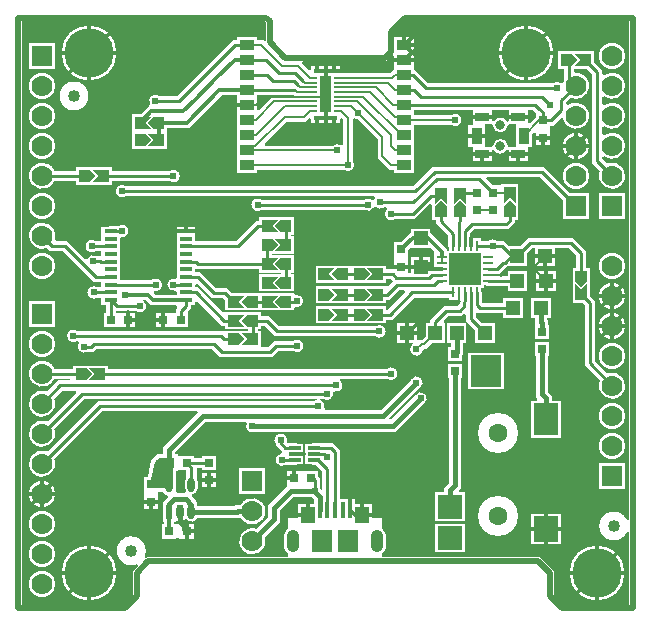
<source format=gbr>
G04 ================== begin FILE IDENTIFICATION RECORD ==================*
G04 Layout Name:  STEVAL-STLCX01V1.brd*
G04 Film Name:    STEVAL-STLCX01V1-01TOP.GBR*
G04 File Format:  Gerber RS274X*
G04 File Origin:  Cadence Allegro 16.5-P002*
G04 Origin Date:  Mon May 16 11:09:18 2016*
G04 *
G04 Layer:  VIA CLASS/TOP*
G04 Layer:  PIN/TOP*
G04 Layer:  ETCH/TOP*
G04 Layer:  BOARD GEOMETRY/TOOLING_CORNERS*
G04 *
G04 Offset:    (0.0000 0.0000)*
G04 Mirror:    No*
G04 Mode:      Positive*
G04 Rotation:  0*
G04 FullContactRelief:  No*
G04 UndefLineWidth:     0.0000*
G04 ================== end FILE IDENTIFICATION RECORD ====================*
%FSLAX25Y25*MOMM*%
%IR0*IPPOS*OFA0.00000B0.00000*MIA0B0*SFA1.00000B1.00000*%
%ADD18R,1.1X.3*%
%AMMACRO40*
4,1,5,-.508,.6985,
.508,.6985,
.508,-.6985,
0.0,-.1905,
-.508,-.6985,
-.508,.6985,
0.0*
%
%ADD40MACRO40*%
%AMMACRO17*
4,1,5,.6985,.508,
.6985,-.508,
-.6985,-.508,
-.1905,0.0,
-.6985,.508,
.6985,.508,
0.0*
%
%ADD17MACRO17*%
%AMMACRO39*
4,1,5,0.0,.6985,
-.508,.1905,
-.508,-.6985,
.508,-.6985,
.508,.1905,
0.0,.6985,
0.0*
%
%ADD39MACRO39*%
%ADD38R,1.15X.75*%
%ADD37R,.95X1.4*%
%AMMACRO16*
4,1,5,.6985,0.0,
.1905,.508,
-.6985,.508,
-.6985,-.508,
.1905,-.508,
.6985,0.0,
0.0*
%
%ADD16MACRO16*%
%ADD26R,1.2X.89*%
%ADD46C,.8*%
%ADD14C,.6096*%
%ADD15R,.762X.762*%
%ADD28R,.4064X1.4478*%
%ADD31R,2.1X2.*%
%ADD42R,2.1X2.2*%
%ADD20O,.5989X1.1989*%
%ADD19R,.5989X1.1989*%
%ADD43R,2.1X2.7*%
%ADD23O,1.05X1.9*%
%ADD33R,2.6X2.7*%
%ADD24R,1.15X1.45*%
%ADD41C,1.6*%
%ADD13C,1.016*%
%AMMACRO45*
4,1,5,.508,-.6985,
-.508,-.6985,
-.508,.6985,
0.0,.1905,
.508,.6985,
.508,-.6985,
0.0*
%
%ADD45MACRO45*%
%AMMACRO44*
4,1,5,0.0,-.6985,
.508,-.1905,
.508,.6985,
-.508,.6985,
-.508,-.1905,
0.0,-.6985,
0.0*
%
%ADD44MACRO44*%
%ADD32R,1.2X1.2*%
%ADD27R,1.75X1.9*%
%AMMACRO22*
4,1,5,-.6985,-.508,
-.6985,.508,
.6985,.508,
.1905,0.0,
.6985,-.508,
-.6985,-.508,
0.0*
%
%ADD22MACRO22*%
%AMMACRO21*
4,1,5,-.6985,0.0,
-.1905,-.508,
.6985,-.508,
.6985,.508,
-.1905,.508,
-.6985,0.0,
0.0*
%
%ADD21MACRO21*%
%ADD36R,.28X.85*%
%ADD29R,.59X.44*%
%ADD35R,.85X.28*%
%ADD12C,4.191*%
%ADD34R,2.7X2.7*%
%ADD30R,.7366X.23*%
%ADD10C,1.778*%
%ADD11R,1.778X1.778*%
%ADD25R,.9906X.3048*%
%ADD47C,.2*%
%ADD48C,.3*%
%ADD49C,.4*%
%ADD50C,.5*%
%ADD51C,.25*%
%ADD53C,3.4004*%
%ADD55R,2.2324X2.2324*%
%ADD54C,2.2324*%
%ADD57R,1.2164X1.2164*%
%ADD59R,3.0544X3.1544*%
%ADD56C,4.6454*%
%ADD52C,2.4576*%
%ADD58R,2.5544X2.4544*%
%ADD61R,1.6544X1.6544*%
%ADD60R,2.5544X2.6544*%
G75*
%LPD*%
G75*
G36*
G01X2284970Y457250D02*
Y430000D01*
X1087570D01*
X1085530Y427960D01*
G02X1068920Y438950I-7190J7180D01*
G03X1001050Y371080I-113920J46050D01*
G02X1012040Y354470I3810J-9420D01*
G01X970000Y312430D01*
Y112430D01*
X887570Y30000D01*
X30000D01*
Y4970000D01*
X2087570D01*
X2100000Y4957570D01*
Y4806120D01*
G02X2082660Y4798940I-10159J6D01*
G01X2073580Y4808020D01*
X2017720D01*
Y4835220D01*
X1852280D01*
Y4810520D01*
X1815390D01*
X1342390Y4337520D01*
X1191970D01*
G03X1115090Y4266490I-31965J-42524D01*
G02X1106510Y4250880I-8577J-5449D01*
G01X1104660D01*
X1037300Y4183520D01*
X960280D01*
Y3886480D01*
X1259720D01*
Y4064980D01*
X1443650D01*
X1720650Y4341980D01*
X1852280D01*
Y3684780D01*
X2017720D01*
Y3711980D01*
X2754950D01*
G03X2830020Y3787050I35050J40020D01*
G01Y4138000D01*
G02X2845360Y4146740I10159J2D01*
G03X2867220Y4139560I27139J45759D01*
G01X2869020Y4139380D01*
X3039980Y3968420D01*
Y3813420D01*
X3141420Y3711980D01*
X3182280D01*
Y3684780D01*
X3347720D01*
Y4092980D01*
X3662950D01*
G03Y4173020I35050J40020D01*
G01X3347720D01*
Y4217480D01*
X3847280D01*
Y4092720D01*
X3809780D01*
Y3907280D01*
X3847280D01*
Y3782280D01*
X4007720D01*
Y3871890D01*
G02X4026540Y3877200I10160J-2D01*
G03X4133460I53460J32800D01*
G02X4152280Y3871890I8660J-5312D01*
G01Y3782280D01*
X4312720D01*
Y3907280D01*
X4350220D01*
Y4013620D01*
X4361840Y4025240D01*
G02X4379180Y4018060I7181J-7186D01*
G01Y3920520D01*
X4500820D01*
Y4042160D01*
X4498120D01*
Y4067840D01*
X4500820D01*
Y4086140D01*
X4525710D01*
X4593150Y4153580D01*
G02X4610320Y4148280I7186J-7183D01*
G03X4654720Y4259540I109680J20720D01*
G02X4638620Y4267780I-5940J8242D01*
G01Y4281490D01*
X4677090Y4319960D01*
G03X4715900Y4534540I42915J103038D01*
G02X4705370Y4544700I-369J10155D01*
G01Y4566480D01*
X4809590D01*
X4857480Y4518590D01*
Y3769390D01*
X4922960Y3703910D01*
G03X4983090Y3764040I103040J-42910D01*
G01X4942520Y3804610D01*
Y3817770D01*
G02X4958800Y3825880I10161J-2D01*
G03Y4004120I67200J89120D01*
G02X4942520Y4012230I-6119J8112D01*
G01Y4071770D01*
G02X4958800Y4079880I10161J-2D01*
G03Y4258120I67200J89120D01*
G02X4942520Y4266230I-6119J8112D01*
G01Y4325770D01*
G02X4958800Y4333880I10161J-2D01*
G03Y4512120I67200J89120D01*
G02X4942520Y4520230I-6119J8112D01*
G01Y4553810D01*
X4869720Y4626610D01*
Y4713520D01*
X4570280D01*
Y4566480D01*
X4620330D01*
Y4473250D01*
G03X4611200Y4447950I99665J-50263D01*
G02X4594440Y4442730I-9900J2270D01*
G03X4526530Y4446020I-35935J-39230D01*
G01X3467610D01*
X3357110Y4556520D01*
X3347720D01*
Y4835220D01*
X3180000D01*
Y4867570D01*
X3282430Y4970000D01*
X5170000D01*
Y752770D01*
G02X5150690Y748360I-10160J4D01*
G03Y641640I-110690J-53360D01*
G02X5170000Y637230I9150J-4414D01*
G01Y30000D01*
X4612430D01*
X4530000Y112430D01*
Y312430D01*
X4412430Y430000D01*
X3075030D01*
Y457250D01*
X3077410Y458740D01*
G03X3112720Y522500I-39911J63760D01*
G01Y607500D01*
G03X3077410Y671260I-75221J0D01*
G01X3075020Y672750D01*
Y765020D01*
X2992220D01*
Y883220D01*
X2853040D01*
Y925110D01*
X2722520D01*
Y1244780D01*
X2723000Y1245260D01*
Y1334740D01*
X2722520Y1335220D01*
Y1337610D01*
X2662610Y1397520D01*
X2660220D01*
X2659740Y1398000D01*
X2570260D01*
X2569780Y1397520D01*
X2500000D01*
G03X2481840Y1393450I-6J-42521D01*
G01X2480810Y1392960D01*
X2427750D01*
Y1217040D01*
X2480810D01*
X2481840Y1216550D01*
G03X2500000Y1212480I18154J38451D01*
G01X2516680D01*
X2572480Y1156680D01*
Y1003940D01*
G02X2563810Y1000350I-5080J3D01*
G01X2558290Y1005870D01*
X2557910Y1006990D01*
G03X2550020Y1021970I-50414J-16985D01*
G01Y1103770D01*
X2539480Y1114310D01*
Y1160820D01*
X2417840D01*
Y1158120D01*
X2392160D01*
Y1160820D01*
X2270520D01*
Y1039180D01*
X2271180D01*
G02X2274770Y1030510I-3J-5080D01*
G01X2114980Y870720D01*
Y771720D01*
X2015220Y671960D01*
X2012310Y672840D01*
G03X2086840Y598310I-32310J-106840D01*
G01X2085960Y601220D01*
X2215020Y730280D01*
Y829280D01*
X2325720Y939980D01*
X2482700D01*
X2499980Y922700D01*
Y883220D01*
X2367780D01*
Y765010D01*
X2284980D01*
Y672750D01*
X2282590Y671260D01*
G03X2247280Y607500I39911J-63760D01*
G01Y522500D01*
G03X2282590Y458740I75221J0D01*
G01X2284970Y457250D01*
G37*
G36*
G01X2749980Y3924280D02*
G02X2733440Y3916380I-10159J4D01*
G03X2664950Y3915020I-33437J-41380D01*
G01X2091140D01*
G02X2083960Y3932360I6J10159D01*
G01X2271580Y4119980D01*
X2432750D01*
X2460940Y4148170D01*
G02X2478280Y4140990I7181J-7186D01*
G01Y4108280D01*
X2582720D01*
Y4197720D01*
X2551050D01*
Y4502280D01*
X2582720D01*
Y4591720D01*
X2478280D01*
Y4559010D01*
G02X2460940Y4551830I-10159J6D01*
G01X2400110Y4612660D01*
G02X2407290Y4630000I7186J7181D01*
G01X3112430D01*
X3164940Y4682510D01*
G02X3182280Y4675320I7180J-7188D01*
G01Y4554020D01*
X3173920D01*
X3149920Y4530020D01*
X2721720D01*
Y4591720D01*
X2617280D01*
Y4502280D01*
X2648950D01*
Y4197720D01*
X2617280D01*
Y4108280D01*
X2721720D01*
Y4140990D01*
G02X2739060Y4148170I10159J-6D01*
G01X2749980Y4137250D01*
Y3924280D01*
G37*
G36*
G01X2017720Y4222340D02*
Y4344480D01*
X2328920D01*
X2334710Y4338690D01*
G02X2331120Y4330020I-3592J-3591D01*
G01X2149920D01*
X2035060Y4215160D01*
G02X2017720Y4222340I-7181J7186D01*
G37*
G36*
G01X3950220Y3902720D02*
Y4097280D01*
X4007180D01*
G02X4017330Y4087520I-2J-10160D01*
G03X4142670I62670J2480D01*
G02X4152820Y4097280I10152J-400D01*
G01X4209780D01*
Y3902720D01*
X4152820D01*
G02X4142670Y3912480I2J10160D01*
G03X4017330I-62670J-2480D01*
G02X4007180Y3902720I-10152J400D01*
G01X3950220D01*
G37*
G36*
G01X4007720Y4128110D02*
Y4217480D01*
X4152280D01*
Y4128110D01*
G02X4133460Y4122800I-10160J2D01*
G03X4026540I-53460J-32800D01*
G02X4007720Y4128110I-8660J5312D01*
G37*
G36*
G01X4312720Y4113840D02*
Y4217480D01*
X4357390D01*
X4379180Y4195690D01*
Y4155780D01*
X4330060Y4106660D01*
G02X4312720Y4113840I-7181J7186D01*
G37*
%LPC*%
G75*
G36*
G01X464390Y3618480D02*
X303200D01*
G02Y3703520I-103200J42520D01*
G01X490280D01*
Y3733520D01*
X789720D01*
Y3702520D01*
X814610D01*
X817110Y3700020D01*
X1280530D01*
G02Y3614980I31970J-42520D01*
G01X789720D01*
Y3586480D01*
X490280D01*
Y3617480D01*
X465390D01*
X464390Y3618480D01*
G37*
G36*
G01X4490820Y2399480D02*
Y2277840D01*
X4369180D01*
Y2399480D01*
X4374980D01*
Y2457280D01*
X4342280D01*
Y2622720D01*
X4507720D01*
Y2457280D01*
X4475020D01*
Y2442480D01*
X4480020Y2437480D01*
Y2399480D01*
X4490820D01*
G37*
G36*
G01X2147610Y2127480D02*
X1702390D01*
X1637390Y2192480D01*
X655590D01*
X635590Y2172480D01*
X586970D01*
G02X512010Y2246340I-31970J42522D01*
G03X503800Y2262480I-8213J5981D01*
G01X497010D01*
X495700Y2261550D01*
G02X496970Y2347520I-30700J43448D01*
G01X1730610D01*
X1732940Y2345200D01*
G03X1749520Y2348520I7184J7182D01*
G01X1940030D01*
Y2361480D01*
X1750280D01*
Y2392480D01*
X1725390D01*
X1515060Y2602800D01*
G03X1497720Y2595620I-7182J-7183D01*
G01Y2569780D01*
X1462520D01*
Y2542390D01*
X1429620Y2509490D01*
G03X1433220Y2500820I3595J-3590D01*
G01X1434480D01*
Y2379180D01*
X1312840D01*
Y2381880D01*
X1287160D01*
Y2379180D01*
X1165520D01*
Y2500820D01*
X1287160D01*
Y2498120D01*
X1312840D01*
Y2500820D01*
X1331140D01*
Y2531270D01*
X1345000Y2545140D01*
G03X1337820Y2562480I-7183J7182D01*
G01X1123850D01*
X1076350Y2609980D01*
X1055030D01*
Y2602030D01*
X1057480Y2600550D01*
G02X998030Y2512480I-27480J-45550D01*
G01X823860D01*
Y2500820D01*
X842160D01*
Y2498120D01*
X867840D01*
Y2500820D01*
X989480D01*
Y2379180D01*
X867840D01*
Y2381880D01*
X842160D01*
Y2379180D01*
X720520D01*
Y2500820D01*
X738820D01*
Y2569780D01*
X702280D01*
Y2629980D01*
X669470D01*
G02Y2715020I-31970J42520D01*
G01X702280D01*
Y2759980D01*
X639890D01*
X373470Y3026400D01*
X266470D01*
X242950Y3049920D01*
X239870Y3048740D01*
G02X307850Y3124220I-39869J104260D01*
G03X317660Y3111440I9814J-2622D01*
G01X408690D01*
X565440Y2954690D01*
G03X581820Y2957570I7180J7187D01*
G02X661970Y2977520I48176J-22570D01*
G01X702280D01*
Y3019980D01*
X677390D01*
X674890Y3022480D01*
X652010D01*
X650700Y3021550D01*
G02X651970Y3107520I-30700J43448D01*
G01X702280D01*
Y3230220D01*
X760340D01*
X761390Y3230730D01*
G02X780000Y3235020I18610J-38220D01*
G01X845530D01*
G02X869420Y3139920I31972J-42519D01*
G03X857720Y3129870I-1539J-10043D01*
G01Y2780020D01*
X1080910D01*
X1081410Y2780520D01*
X1130030D01*
G02X1154200Y2685370I31970J-42524D01*
G03X1145530Y2668140I-1487J-10048D01*
G01X1161150Y2652520D01*
X1342280D01*
Y2677250D01*
G03X1328970Y2686920I-10162J8D01*
G02Y2788080I-16470J50580D01*
G03X1342280Y2797750I3148J9662D01*
G01Y3230220D01*
X1497720D01*
Y3105020D01*
X1837890D01*
X2010390Y3277520D01*
X2035280D01*
Y3308520D01*
X2334720D01*
Y3161480D01*
X2310070D01*
Y3148520D01*
X2334720D01*
Y3001480D01*
X2144970D01*
Y2988520D01*
X2334720D01*
Y2841480D01*
X2310070D01*
Y2828520D01*
X2334720D01*
Y2681480D01*
X2035280D01*
Y2828520D01*
X2225030D01*
Y2841480D01*
X2035280D01*
Y2872480D01*
X1497720D01*
Y2845020D01*
X1535110D01*
X1670590Y2709540D01*
X1769390D01*
X1810410Y2668520D01*
X2334720D01*
Y2661530D01*
G03X2347300Y2651660I10160J-2D01*
G02Y2548340I12700J-51660D01*
G03X2334720Y2538470I-2420J-9868D01*
G01Y2521480D01*
X1750280D01*
Y2608390D01*
X1734170Y2624500D01*
X1635370D01*
X1515060Y2744800D01*
G03X1497720Y2737620I-7182J-7183D01*
G01Y2715020D01*
X1523110D01*
X1732940Y2505200D01*
G03X1749520Y2508520I7184J7182D01*
G01X2049720D01*
Y2477520D01*
X2120050D01*
X2210050Y2387520D01*
X2412550D01*
X2414780Y2385290D01*
X3023030D01*
G02Y2300250I31970J-42520D01*
G01X2379560D01*
X2377330Y2302480D01*
X2174830D01*
X2084830Y2392480D01*
X2049720D01*
Y2361480D01*
X2025070D01*
Y2348520D01*
X2049720D01*
Y2212520D01*
X2112390D01*
X2162390Y2262520D01*
X2328030D01*
G02Y2177480I31970J-42520D01*
G01X2197610D01*
X2147610Y2127480D01*
G37*
G36*
G01X3755820Y2143740D02*
Y2092840D01*
X3634180D01*
Y2214480D01*
X3659980D01*
Y2247280D01*
X3627280D01*
Y2412720D01*
X3792720D01*
Y2247280D01*
X3760020D01*
Y2147940D01*
X3755820Y2143740D01*
G37*
G36*
G01X4592720Y1757720D02*
Y1442280D01*
X4337280D01*
Y1757720D01*
X4387010D01*
G03X4394200Y1775060I3J10159D01*
G01X4379980Y1789280D01*
Y2130520D01*
X4369180D01*
Y2252160D01*
X4490820D01*
Y2130520D01*
X4480020D01*
Y1830720D01*
X4515020Y1795720D01*
Y1757720D01*
X4592720D01*
G37*
G36*
G01X2340000Y1212480D02*
X2261970D01*
G02X2224120Y1307870I-31973J42518D01*
G03X2230180Y1325160I-1120J10100D01*
G01X2177480Y1377860D01*
Y1392990D01*
X2176550Y1394300D01*
G02X2270680Y1408810I43451J30698D01*
G01X2269740Y1405870D01*
X2278080Y1397520D01*
X2340000D01*
G02X2358160Y1393450I6J-42521D01*
G01X2359190Y1392960D01*
X2412250D01*
Y1217040D01*
X2359190D01*
X2358160Y1216550D01*
G02X2340000Y1212480I-18154J38451D01*
G37*
G36*
G01X3782720Y982720D02*
Y737280D01*
X3527280D01*
Y982720D01*
X3604980D01*
Y1020720D01*
X3644980Y1060720D01*
Y1945520D01*
X3634180D01*
Y2067160D01*
X3755820D01*
Y1945520D01*
X3745020D01*
Y1019280D01*
X3725800Y1000060D01*
G03X3732990Y982720I7187J-7181D01*
G01X3782720D01*
G37*
G36*
G01X1337160Y589180D02*
X1215520D01*
Y710820D01*
X1229980D01*
Y732340D01*
X1222340D01*
Y897660D01*
X1224980D01*
Y900720D01*
X1264200Y939940D01*
G03X1257010Y957280I-7187J7181D01*
G01X1244270D01*
X1224270Y982280D01*
X1178120D01*
Y962160D01*
X1180820D01*
Y840520D01*
X1059180D01*
Y962160D01*
X1061880D01*
Y987840D01*
X1059180D01*
Y1109480D01*
X1095620D01*
X1124940Y1251210D01*
X1176450Y1302720D01*
X1226320D01*
Y1362060D01*
X1517400Y1653140D01*
G03X1510210Y1670480I-7187J7181D01*
G01X707610D01*
X303080Y1265950D01*
X304260Y1262870D01*
G02X239870Y1327260I-104260J-39870D01*
G01X242950Y1326080D01*
X672390Y1755520D01*
X2508030D01*
G02X2520910Y1762660I31985J-42512D01*
G01X2524170Y1763910D01*
Y1772480D01*
X555610D01*
X303080Y1519950D01*
X304260Y1516870D01*
G02X239870Y1581260I-104260J-39870D01*
G01X242950Y1580080D01*
X488000Y1825140D01*
G03X480820Y1842480I-7183J7182D01*
G01X371610D01*
X303080Y1773950D01*
X304260Y1770870D01*
G02X239870Y1835260I-104260J-39870D01*
G01X242950Y1834080D01*
X336390Y1927520D01*
X433080D01*
G03X436680Y1936190I5J5080D01*
G01X430390Y1942480D01*
X303200D01*
G02Y2027520I-103200J42520D01*
G01X460280D01*
Y2053520D01*
X759720D01*
Y2027520D01*
X3123030D01*
G02Y1942480I31970J-42520D01*
G01X2732130D01*
G03X2725380Y1924730I3J-10160D01*
G02X2675480Y1833820I-35380J-39730D01*
G03X2662660Y1822590I-2766J-9774D01*
G02X2579300Y1771550I-52657J-7591D01*
G01X2577990Y1772480D01*
X2555830D01*
Y1763910D01*
X2559090Y1762660D01*
G02X2589630Y1693840I-19090J-49658D01*
G03X2599110Y1680020I9477J-3660D01*
G01X3069280D01*
X3321810Y1932540D01*
X3322180Y1933310D01*
G02X3393310Y1862180I47820J-23310D01*
G01X3392540Y1861810D01*
X3138100Y1607360D01*
G03X3145290Y1590020I7187J-7181D01*
G01X3149280D01*
X3356810Y1797540D01*
X3357180Y1798310D01*
G02X3428310Y1727180I47820J-23310D01*
G01X3427540Y1726810D01*
X3190720Y1489980D01*
X1998140D01*
X1997330Y1489700D01*
G02X1933060Y1565040I-17331J50299D01*
G03X1924100Y1579980I-8964J4781D01*
G01X1585720D01*
X1326360Y1320620D01*
Y1302720D01*
X1347720D01*
Y1157280D01*
X1337720D01*
Y996450D01*
X1333640Y992360D01*
G03X1340820Y975020I7184J-7182D01*
G01X1409750D01*
G03X1418680Y990020I-2J10160D01*
G02X1412320Y1015100I46308J25089D01*
G01Y1075100D01*
G02X1422470Y1106170I52666J-12D01*
G01Y1169180D01*
X1362840D01*
Y1290820D01*
X1484480D01*
Y1272520D01*
X1554180D01*
Y1289480D01*
X1675820D01*
Y1167840D01*
X1554180D01*
Y1186140D01*
X1529290D01*
X1527950Y1187480D01*
X1507510D01*
Y1106170D01*
G02X1517660Y1075100I-42516J-31082D01*
G01Y1015100D01*
G02X1471200Y962800I-52667J0D01*
G03X1465210Y945530I1195J-10088D01*
G01X1515010Y895730D01*
Y865020D01*
X1830380D01*
X1835380Y870020D01*
X1880220D01*
G02X1882210Y766190I99781J-50022D01*
G01X1881860Y766820D01*
X1877760Y770920D01*
X1871820Y764980D01*
X1513700D01*
G02X1425180Y750530I-48708J20023D01*
G03X1409810I-7685J-6654D01*
G02X1343030Y739770I-39811J34472D01*
G03X1327750Y732340I-5203J-8728D01*
G01X1320020D01*
Y710820D01*
X1337160D01*
Y708130D01*
X1362840D01*
Y710820D01*
X1484480D01*
Y589180D01*
X1362840D01*
Y591870D01*
X1337160D01*
Y589180D01*
G37*
G36*
G01X4983090Y1986040D02*
G02X4921740Y1922870I42905J-103045D01*
G01X4922920Y1925950D01*
X4792480Y2056390D01*
Y2562390D01*
X4774590Y2580280D01*
X4691480D01*
Y2879720D01*
X4722480D01*
Y2987390D01*
X4657390Y3052480D01*
X4542720D01*
Y2897280D01*
X4377280D01*
Y3052480D01*
X4352610D01*
X4302720Y3002590D01*
Y2897280D01*
X4152410D01*
X4137620Y2882490D01*
X4122620D01*
X4067610Y2827480D01*
X4042720D01*
Y2812520D01*
X4142280D01*
Y2852720D01*
X4307720D01*
Y2687280D01*
X4142280D01*
Y2727480D01*
X3977500D01*
G02X3957160Y2732660I0J42524D01*
G01X3956020Y2733280D01*
X3937720D01*
Y2712280D01*
X3916720D01*
Y2693980D01*
X3917340Y2692840D01*
G02X3922520Y2672500I-37344J-20340D01*
G01Y2587610D01*
X3927610Y2582520D01*
X4102280D01*
Y2622720D01*
X4267720D01*
Y2457280D01*
X4102280D01*
Y2497480D01*
X3892390D01*
X3889860Y2500000D01*
G03X3872520Y2492820I-7182J-7183D01*
G01Y2467610D01*
X3927410Y2412720D01*
X4032720D01*
Y2247280D01*
X3867280D01*
Y2352590D01*
X3787480Y2432390D01*
Y2482820D01*
G03X3770140Y2490000I-10158J-3D01*
G01X3752610Y2472480D01*
X3640110D01*
X3597700Y2430060D01*
G03X3604880Y2412720I7183J-7182D01*
G01X3612720D01*
Y2247280D01*
X3503880D01*
X3449350Y2192750D01*
X3429350D01*
X3423120Y2186520D01*
X3422940Y2184720D01*
G02X3334430Y2229560I-52938J5280D01*
G03X3327640Y2247280I-6787J7560D01*
G01X3207280D01*
Y2412720D01*
X3372720D01*
Y2273840D01*
G03X3390060Y2266660I10159J6D01*
G01X3396190Y2272790D01*
X3416190D01*
X3447280Y2303880D01*
Y2412720D01*
X3487480D01*
Y2440110D01*
X3604890Y2557520D01*
X3717390D01*
X3732480Y2572610D01*
Y2607280D01*
X3643280D01*
Y2629980D01*
X3350110D01*
X3162610Y2442480D01*
X3114720D01*
Y2411480D01*
X2515280D01*
Y2558520D01*
X3114720D01*
Y2527520D01*
X3127390D01*
X3273010Y2673150D01*
G03X3265830Y2690490I-7183J7182D01*
G01X3220120D01*
X3142110Y2612480D01*
X3114720D01*
Y2581480D01*
X2515280D01*
Y2728520D01*
X3114810D01*
G03X3132060Y2722700I10067J1363D01*
G01X3172120Y2762750D01*
X3152390Y2782480D01*
X3114720D01*
Y2751480D01*
X2515280D01*
Y2898520D01*
X3114720D01*
Y2867520D01*
X3179180D01*
Y2952160D01*
X3181880D01*
Y2977840D01*
X3179180D01*
Y3099480D01*
X3237150D01*
X3317690Y3180020D01*
X3322280D01*
Y3212720D01*
X3487720D01*
Y3177450D01*
X3627520Y3037650D01*
Y3027720D01*
X3643280D01*
Y3046020D01*
X3642660Y3047160D01*
G02X3637480Y3067500I37344J20340D01*
G01Y3152390D01*
X3532480Y3257390D01*
Y3285280D01*
X3501480D01*
Y3414770D01*
G03X3484140Y3421950I-10158J-3D01*
G01X3354660Y3292480D01*
X3186970D01*
G02X3119620Y3374730I-31964J42526D01*
G03X3112870Y3392480I-6753J7590D01*
G01X3092010D01*
X3090700Y3391550D01*
G02X3024210Y3395640I-30698J43450D01*
G03X3008180Y3392430I-6831J-7519D01*
G02X2928030Y3372480I-48176J22570D01*
G01X2056970D01*
G02Y3457520I-31970J42520D01*
G01X2928030D01*
G02X2995790Y3454360I31971J-42521D01*
G03X3011820Y3457570I6831J7519D01*
G02X3020410Y3470530I48163J-22596D01*
G03X3012850Y3487480I-7561J6789D01*
G01X909470D01*
G02Y3572520I-31970J42520D01*
G01X3342390D01*
X3507390Y3737520D01*
X4449610D01*
X4668510Y3518620D01*
X4831620D01*
Y3295380D01*
X4608380D01*
Y3458490D01*
X4414390Y3652480D01*
X3965840D01*
G03X3958660Y3635140I3J-10158D01*
G01X4014310Y3579480D01*
X4075820D01*
Y3558680D01*
X4086480D01*
Y3589720D01*
X4233520D01*
Y3290280D01*
X4202520D01*
Y3262890D01*
X4147110Y3207480D01*
X3857610D01*
X3822520Y3172390D01*
Y3132720D01*
X3916720D01*
Y3112520D01*
X3983030D01*
G02X4046970I31970J-42520D01*
G01X4107610D01*
X4157410Y3062720D01*
X4242590D01*
X4317390Y3137520D01*
X4692610D01*
X4807520Y3022610D01*
Y2879720D01*
X4838520D01*
Y2636610D01*
X4877520Y2597610D01*
Y2091610D01*
X4983090Y1986040D01*
G37*
G54D53*
X4060000Y780000D03*
Y1480000D03*
G54D55*
X200000Y2493000D03*
Y4677000D03*
X1980000Y1074000D03*
X5026000Y1121000D03*
Y3407000D03*
G54D54*
X200000Y207000D03*
Y461000D03*
Y715000D03*
Y969000D03*
Y2239000D03*
Y2899000D03*
Y3915000D03*
Y3407000D03*
Y4423000D03*
Y4169000D03*
X4720000Y3661000D03*
Y3915000D03*
X5026000Y1375000D03*
Y1629000D03*
Y2137000D03*
Y2391000D03*
Y2645000D03*
Y2899000D03*
Y4677000D03*
G54D57*
X1615000Y1081340D03*
G54D59*
X3955000Y2010000D03*
G54D56*
X600000Y300000D03*
Y4700000D03*
X4900000Y300000D03*
X4300000Y4700000D03*
G54D52*
X470000Y4335000D03*
G54D58*
X3655000Y590000D03*
G54D61*
X4465000Y2770000D03*
G54D60*
Y670000D03*
%LPD*%
G75*
G36*
G01X1125000Y1015000D02*
X1240000D01*
X1260000Y990000D01*
X1285000D01*
X1305000Y1010000D01*
Y1185000D01*
X1310000Y1190000D01*
X1315000D01*
Y1270000D01*
X1190000D01*
X1155000Y1235000D01*
X1125000Y1090000D01*
Y1015000D01*
G37*
G36*
G01X3300820Y2837520D02*
Y2952160D01*
X3298120D01*
Y2977840D01*
X3300820D01*
Y3035810D01*
X3316020Y3051010D01*
X3322280Y3048410D01*
Y3047280D01*
X3487720D01*
X3489720Y3048110D01*
X3522440Y3015390D01*
G02X3518850Y3006720I-3593J-3591D01*
G01X3517280D01*
Y2862520D01*
X3487720D01*
Y2972720D01*
X3322280D01*
Y2837520D01*
X3300820D01*
G37*
G54D10*
X200000Y207000D03*
Y461000D03*
Y715000D03*
Y969000D03*
Y1223000D03*
Y1477000D03*
Y1731000D03*
Y1985000D03*
Y2239000D03*
Y3153000D03*
Y2899000D03*
Y3915000D03*
Y3661000D03*
Y3407000D03*
Y4423000D03*
Y4169000D03*
X1980000Y566000D03*
Y820000D03*
X4720000Y3661000D03*
Y3915000D03*
Y4423000D03*
Y4169000D03*
X5026000Y1375000D03*
Y1629000D03*
Y1883000D03*
Y2137000D03*
Y2391000D03*
Y2645000D03*
Y2899000D03*
Y3661000D03*
Y3915000D03*
Y4169000D03*
Y4423000D03*
Y4677000D03*
G54D11*
X200000Y2493000D03*
Y4677000D03*
X1980000Y1074000D03*
X4720000Y3407000D03*
X5026000Y1121000D03*
Y3407000D03*
G54D20*
X1370000Y815000D03*
X1464990D03*
Y1045100D03*
X1275000Y1045000D03*
G54D30*
X2491500Y4210000D03*
X2708500D03*
X2491500Y4250000D03*
X2708500D03*
X2491500Y4290000D03*
X2708500D03*
X2491500Y4330000D03*
X2708500D03*
X2491500Y4370000D03*
X2708500D03*
X2491500Y4410000D03*
X2708500D03*
X2491500Y4450000D03*
X2708500D03*
X2491500Y4490000D03*
X2708500D03*
G54D12*
X600000Y300000D03*
Y4700000D03*
X4900000Y300000D03*
X4300000Y4700000D03*
G54D21*
X1167150Y4110000D03*
X1957150Y2435000D03*
X2242150Y3235000D03*
Y2915000D03*
Y2755000D03*
Y2595000D03*
X1957150D03*
X2722150Y2825000D03*
G54D22*
X1052850Y4110000D03*
X1842850Y2435000D03*
X2127850Y3235000D03*
Y2915000D03*
Y2755000D03*
Y2595000D03*
X1842850D03*
X2607850Y2825000D03*
G54D13*
X955000Y485000D03*
X470000Y4335000D03*
X5040000Y695000D03*
G54D31*
X3655000Y590000D03*
Y860000D03*
G54D40*
X3575000Y3492150D03*
X3735000D03*
X4160000Y3497150D03*
G54D50*
G01X5200000Y0D02*
Y5000000D01*
X3270000D01*
X3150000Y4880000D01*
Y4710000D01*
X3100000Y4660000D01*
X2260000D01*
X2130000Y4790000D01*
Y4970000D01*
X2100000Y5000000D01*
X0D01*
Y0D01*
X900000D01*
X1000000Y100000D01*
Y300000D01*
X1100000Y400000D01*
X4400000D01*
X4500000Y300000D01*
Y100000D01*
X4600000Y0D01*
X5200000D01*
G54D32*
X3530000Y2330000D03*
X3290000D03*
X3950000D03*
X3710000D03*
X3405000Y3130000D03*
Y2890000D03*
X4185000Y2540000D03*
X4425000D03*
X4225000Y2770000D03*
X4465000D03*
X4220000Y2980000D03*
X4460000D03*
G54D41*
X4060000Y780000D03*
Y1480000D03*
G54D23*
X2322500Y565000D03*
X3037500D03*
G54D14*
X645000Y1370000D03*
Y2440000D03*
X465000Y2305000D03*
X555000Y2215000D03*
X905000Y2655000D03*
X877500Y3192500D03*
X637500Y2672500D03*
X630000Y2935000D03*
X620000Y3065000D03*
X877500Y3530000D03*
X1370000Y845000D03*
X1140000Y655000D03*
X1520000Y650000D03*
X1490000Y1365000D03*
X1175000Y1375000D03*
X1190000Y1140000D03*
X1610000Y985000D03*
X1190000Y1230000D03*
X1120000Y2440000D03*
X1030000Y2555000D03*
X1162000Y2738000D03*
X1312500Y2737500D03*
X1030000Y3960000D03*
X1312500Y3657500D03*
X1160000Y4295000D03*
X1024000Y4111000D03*
X2300000Y825000D03*
X2090000Y1260000D03*
X2175000Y1105000D03*
X1980000Y1540000D03*
X2230000Y1255000D03*
X2220000Y1425000D03*
X2360000Y2220000D03*
Y2600000D03*
X1982550Y2595000D03*
X2265000Y3075000D03*
X2255000Y2750000D03*
X2102450Y2762450D03*
X2025000Y3415000D03*
X2102450Y3235000D03*
X2057250Y4307750D03*
X3070000Y830000D03*
X2610000Y1280000D03*
X2790000Y985000D03*
X2910000Y970000D03*
X2507500Y990000D03*
X2690000Y1885000D03*
X3055000Y2342770D03*
X2540000Y1713000D03*
X2610000Y1815000D03*
X3155000Y1985000D03*
X2605000Y2482550D03*
X2585000Y2660000D03*
X2590000Y2825000D03*
X2747550Y2655000D03*
X2872500Y2822500D03*
X2745000Y2485000D03*
X3060000Y3435000D03*
X3155000Y3335000D03*
X2960000Y3415000D03*
X2700000Y3875000D03*
X2790000Y3752000D03*
X2600000Y4050000D03*
Y4335000D03*
X2872500Y4192500D03*
X3370000Y2190000D03*
Y1910000D03*
X3405000Y1775000D03*
X3475000Y2905000D03*
X3335000Y3010000D03*
X3405000Y3135000D03*
X3260000Y2475000D03*
X3870000Y3170000D03*
X3560000Y2590000D03*
X3780000Y2870000D03*
X3700000Y2950000D03*
X3695000Y2790000D03*
X3860000D03*
Y2950000D03*
X3735000Y3520000D03*
X3698000Y4133000D03*
X3405000Y4910000D03*
X4470000Y920000D03*
X4710000Y1655000D03*
X4255000Y1175000D03*
X4635000Y1980000D03*
X4250000D03*
X4350000Y2885000D03*
X4585000Y2880000D03*
X4015000Y3070000D03*
Y3371340D03*
X4558500Y4403500D03*
X4500000Y4260000D03*
G54D51*
G01X2610000Y1815000D02*
X538000D01*
X200000Y1477000D01*
G01X2540000Y1713000D02*
X690000D01*
X200000Y1223000D01*
G01X465000Y2305000D02*
X1713000D01*
X1743000Y2275000D01*
X1817450D01*
G01X2360000Y2220000D02*
X2180000D01*
X2130000Y2170000D01*
X1720000D01*
X1655000Y2235000D01*
X637980D01*
X617980Y2215000D01*
X555000D01*
G01X2690000Y1885000D02*
X354000D01*
X200000Y1731000D01*
G01X781340Y2440000D02*
Y2606160D01*
G01X3155000Y1985000D02*
X772000D01*
X767000Y1980000D01*
X692550D01*
G01X200000Y1985000D02*
X448000D01*
X453000Y1980000D01*
X527450D01*
G01X637500Y2672500D02*
X780000D01*
G01Y2737500D02*
X1098520D01*
X1099020Y2738000D01*
X1162000D01*
G01X780000Y2802500D02*
X657500D01*
X391080Y3068920D01*
X284080D01*
X200000Y3153000D01*
G01X780000Y2932500D02*
X695000D01*
X692500Y2935000D01*
X630000D01*
G01X780000Y3062500D02*
X695000D01*
X692500Y3065000D01*
X620000D01*
G01X780000Y3192500D02*
X877500D01*
G01X1030000Y2555000D02*
X832500D01*
X781340Y2606160D01*
G01X4720000Y3407000D02*
X4432000Y3695000D01*
X3525000D01*
X3360000Y3530000D01*
X877500D01*
G01X1312500Y3657500D02*
X799500D01*
X797000Y3660000D01*
X722550D01*
G01X200000Y3661000D02*
X482000D01*
X483000Y3660000D01*
X557450D01*
G01X1423660Y1230000D02*
X1464990Y1188670D01*
Y1045100D01*
G01X1615000Y1228660D02*
X1546900D01*
X1545560Y1230000D01*
X1423660D01*
G01X1420000Y2607500D02*
Y2560000D01*
X1373660Y2513660D01*
Y2440000D01*
G01X1420000Y3062500D02*
X1855500D01*
X2028000Y3235000D01*
X2102450D01*
G01X1420000Y2932500D02*
X1505000D01*
X1522500Y2915000D01*
X2102450D01*
G01X1420000Y2802500D02*
X1517500D01*
X1652980Y2667020D01*
X1751780D01*
X1817450Y2601350D01*
Y2595000D01*
G01X1420000Y2737500D02*
X1312500D01*
G01X1420000Y2672500D02*
X1505500D01*
X1743000Y2435000D01*
X1817450D01*
G01X1935000Y4768000D02*
X1833000D01*
X1360000Y4295000D01*
X1160000D01*
G01X2340000Y1255000D02*
X2230000D01*
G01X2340000Y1355000D02*
X2260470D01*
X2220000Y1395470D01*
Y1425000D01*
G01X1982550Y2275000D02*
Y2435000D01*
G01D02*
X2102440D01*
X2192440Y2345000D01*
X2394940D01*
X2397170Y2342770D01*
X3055000D01*
G01X2360000Y2600000D02*
X2355000Y2595000D01*
X2267550D01*
G01X2102450D02*
X1982550D01*
G01X2267550Y2755000D02*
Y2915000D01*
G01Y3235000D02*
Y3075000D01*
G01X2102450D02*
Y2915000D01*
G01Y2755000D02*
Y2762450D01*
G01X2267550Y2755000D02*
X2260000D01*
X2255000Y2750000D01*
G01X2265000Y3075000D02*
X2267550D01*
G01X2960000Y3415000D02*
X2025000D01*
G01X1935000Y4387000D02*
X2343000D01*
G01X1935000Y4514000D02*
X2106000D01*
X2155000Y4465000D01*
X2330000D01*
X2365000Y4430000D01*
G01X2410000Y4464670D02*
X2344670Y4530000D01*
X2205000D01*
X2094000Y4641000D01*
X1935000D01*
G01X2615000Y830000D02*
Y1174290D01*
X2534290Y1255000D01*
X2500000D01*
G01X2680000Y830000D02*
Y1262390D01*
X2680480Y1262870D01*
Y1317130D01*
X2680000Y1317610D01*
Y1320000D01*
X2645000Y1355000D01*
X2642610D01*
X2642130Y1355480D01*
X2587870D01*
X2587390Y1355000D01*
X2500000D01*
G01Y1305000D02*
X2585000D01*
X2610000Y1280000D01*
G01X2478660Y1100000D02*
X2493660D01*
X2507500Y1086160D01*
Y990000D01*
G01X3582500Y2820000D02*
X3505000D01*
X3480000Y2795000D01*
X3200000D01*
X3170000Y2825000D01*
X3047550D01*
G01X3582500Y2770000D02*
X3554000D01*
X3517010Y2733010D01*
X3202510D01*
X3124500Y2655000D01*
X3047550D01*
G01X2582450Y2485000D02*
X2584900Y2482550D01*
X2605000D01*
G01X2877450Y2820000D02*
X2875000D01*
X2872500Y2822500D01*
G01X2747550Y2825000D02*
X2882450D01*
G01Y2655000D02*
X2747550D01*
G01X2882450Y2485000D02*
X2747550D01*
G01X3680000Y2672500D02*
X3332500D01*
X3145000Y2485000D01*
X3047550D01*
G01X2582450Y2825000D02*
X2590000D01*
G01X2582450Y2655000D02*
Y2657450D01*
X2585000Y2660000D01*
G01X4015000Y3518660D02*
X3898660Y3635000D01*
X3540000D01*
X3340000Y3435000D01*
X3060000D01*
G01X3155000Y3335000D02*
X3337050D01*
X3494200Y3492150D01*
X3549600D01*
X3575000Y3517550D01*
G01X3540000Y2580000D02*
X3290000Y2330000D01*
G01X3780000Y2672500D02*
Y2597500D01*
X3775000Y2592500D01*
Y2555000D01*
X3735000Y2515000D01*
X3622500D01*
X3530000Y2422500D01*
Y2330000D01*
G01X3830000Y2672500D02*
Y2450000D01*
X3950000Y2330000D01*
G01X3570000Y2580000D02*
X3540000D01*
G01X3560000Y2590000D02*
X3570000Y2580000D01*
G01D02*
X3710000D01*
X3730000Y2600000D01*
G01X3780000Y3067500D02*
Y3190000D01*
X3840000Y3250000D01*
X4129500D01*
X4160000Y3280500D01*
Y3357450D01*
G01X4185000Y2540000D02*
X3910000D01*
X3880000Y2570000D01*
Y2672500D01*
G01X4015000Y3070000D02*
X3926500D01*
X3924000Y3067500D01*
X3880000D01*
G01X3575000Y3352450D02*
Y3275000D01*
X3680000Y3170000D01*
Y3067500D01*
G01X3730000D02*
Y3273000D01*
X3735000Y3278000D01*
Y3352450D01*
G01X3880000Y3518660D02*
X3736340D01*
X3735000Y3520000D01*
G01X4558500Y4403500D02*
X3450000D01*
X3339500Y4514000D01*
X3265000D01*
G01X4500000Y4260000D02*
X4435000Y4325000D01*
X3410000D01*
X3348000Y4387000D01*
X3265000D01*
G01Y4260000D02*
X4375000D01*
X4405000Y4230000D01*
X4406760D01*
X4440000Y4196760D01*
Y4128660D01*
G01X4350000Y2885000D02*
X4145000D01*
X4080000Y2820000D01*
G01X4765000Y2812550D02*
Y3005000D01*
X4675000Y3095000D01*
X4335000D01*
X4220000Y2980000D01*
G01X3977500Y2770000D02*
X4225000D01*
G01X4015000Y3070000D02*
X4090000D01*
X4165000Y2995000D01*
X4190000D01*
G01X3977500Y2870000D02*
X4050000D01*
X4105010Y2925010D01*
X4120010D01*
X4190000Y2995000D01*
G01D02*
X4205000D01*
X4220000Y2980000D01*
G01X4720000Y4423000D02*
X4662850Y4480150D01*
Y4614600D01*
X4637450Y4640000D01*
G01X4720000Y4423000D02*
X4596100Y4299100D01*
Y4216660D01*
X4508100Y4128660D01*
X4440000D01*
G01X5026000Y1883000D02*
X4835000Y2074000D01*
Y2580000D01*
X4767550Y2647450D01*
X4765000D01*
G01X5026000Y3661000D02*
X4900000Y3787000D01*
Y4536200D01*
X4802550Y4633650D01*
Y4640000D01*
G54D24*
X2448000Y788000D03*
X2912000D03*
G54D33*
X3955000Y2010000D03*
G54D42*
X4465000Y670000D03*
G54D15*
X928660Y2440000D03*
X781340D03*
X1423660Y650000D03*
X1276340D03*
X1120000Y901340D03*
X1615000Y1081340D03*
Y1228660D03*
X1423660Y1230000D03*
X1276340D03*
X1120000Y1048660D03*
X1373660Y2440000D03*
X1226340D03*
X2331340Y1100000D03*
X2478660D03*
X3695000Y2006340D03*
Y2153660D03*
X3240000Y2891340D03*
Y3038660D03*
X3880000Y3371340D03*
Y3518660D03*
X4430000Y2191340D03*
Y2338660D03*
X4015000Y3371340D03*
Y3518660D03*
X4440000Y3981340D03*
Y4128660D03*
G54D25*
X2340000Y1255000D03*
Y1305000D03*
Y1355000D03*
X2500000D03*
Y1305000D03*
Y1255000D03*
G54D34*
X3780000Y2870000D03*
G54D43*
X4465000Y1600000D03*
G54D16*
X552850Y1980000D03*
X582850Y3660000D03*
X1052850Y3960000D03*
X1842850Y2275000D03*
X2127850Y3075000D03*
X2907850Y2825000D03*
Y2485000D03*
X2607850D03*
X2907850Y2655000D03*
X2607850D03*
X4662850Y4640000D03*
G54D35*
X3977500Y2970000D03*
Y2920000D03*
Y2870000D03*
Y2820000D03*
Y2770000D03*
X3582500D03*
Y2820000D03*
Y2870000D03*
Y2920000D03*
Y2970000D03*
G54D44*
X4765000Y2787150D03*
G54D26*
X1935000Y3752000D03*
Y3879000D03*
Y4006000D03*
Y4133000D03*
Y4260000D03*
Y4387000D03*
Y4514000D03*
Y4641000D03*
Y4768000D03*
X3265000Y3879000D03*
Y3752000D03*
Y4641000D03*
Y4514000D03*
Y4387000D03*
Y4260000D03*
Y4133000D03*
Y4006000D03*
Y4768000D03*
G54D17*
X667150Y1980000D03*
X697150Y3660000D03*
X1167150Y3960000D03*
X1957150Y2275000D03*
X2242150Y3075000D03*
X3022150Y2825000D03*
Y2485000D03*
X2722150D03*
X3022150Y2655000D03*
X2722150D03*
X4777150Y4640000D03*
G54D36*
X3880000Y2672500D03*
X3830000D03*
X3780000D03*
X3730000D03*
X3680000D03*
Y3067500D03*
X3730000D03*
X3780000D03*
X3830000D03*
X3880000D03*
G54D27*
X2792500Y565000D03*
X2567500D03*
G54D45*
X4765000Y2672850D03*
G54D18*
X780000Y2607500D03*
Y2672500D03*
Y2737500D03*
Y2802500D03*
Y2867500D03*
Y2932500D03*
Y2997500D03*
Y3062500D03*
Y3127500D03*
Y3192500D03*
X1420000D03*
Y3127500D03*
Y3062500D03*
Y2997500D03*
Y2932500D03*
Y2867500D03*
Y2802500D03*
Y2737500D03*
Y2672500D03*
Y2607500D03*
G54D19*
X1275000Y815000D03*
G54D28*
X2550000Y830000D03*
X2615000D03*
X2680000D03*
X2745000D03*
X2810000D03*
G54D46*
X4080000Y3910000D03*
Y4090000D03*
G54D37*
X3880000Y4000000D03*
X4280000D03*
G54D47*
G01X785000Y2470000D02*
Y2443660D01*
X781340Y2440000D01*
G01Y2606160D02*
X780000Y2607500D01*
G01X1370000Y815000D02*
Y845000D01*
G01X1615000Y1081340D02*
X1610000Y1076340D01*
Y985000D01*
G01X1276340Y1161900D02*
Y1230000D01*
G01D02*
X1190000D01*
G01X1188100Y1048660D02*
X1120000D01*
G01X1275000Y1045000D02*
X1191760D01*
X1188100Y1048660D01*
G01X1275000Y1045000D02*
Y1160560D01*
X1276340Y1161900D01*
G01X1027450Y3960000D02*
X1030000D01*
G01X1945000Y3895000D02*
X1960000Y3910000D01*
X2005000D01*
X2255000Y4160000D01*
X2416170D01*
X2466170Y4210000D01*
X2491500D01*
G01X1935000Y3752000D02*
X2790000D01*
G01X1935000Y3879000D02*
Y3885000D01*
X1945000Y3895000D01*
G01D02*
X1965000Y3875000D01*
X2700000D01*
G01X2491500Y4330000D02*
X2079500D01*
G01D02*
X2057250Y4307750D01*
G01X1935000Y4260000D02*
X2009500D01*
X2057250Y4307750D01*
G01X1935000Y4006000D02*
X2009500D01*
X2253500Y4250000D01*
X2491500D01*
G01X1935000Y4133000D02*
X2009500D01*
X2166500Y4290000D01*
X2491500D01*
G01X2343000Y4387000D02*
X2360000Y4370000D01*
X2491500D01*
G01X2365000Y4430000D02*
X2385000Y4410000D01*
X2491500D01*
G01Y4450000D02*
X2424670D01*
X2410000Y4464670D01*
G01X2491500Y4490000D02*
X2466170D01*
X2368270Y4587900D01*
X2237110D01*
X2235000Y4590000D01*
X2057000Y4768000D01*
X1935000D01*
G01X3265000Y3879000D02*
X3190500D01*
X3155000Y3914500D01*
Y4005000D01*
X2870000Y4290000D01*
X2708500D01*
G01X3265000Y3752000D02*
X3158000D01*
X3080000Y3830000D01*
Y3985000D01*
X2872500Y4192500D01*
G01X2790000Y3752000D02*
Y4153830D01*
X2733830Y4210000D01*
X2708500D01*
G01X2491500Y4330000D02*
X2580000D01*
G01X2708500Y4410000D02*
X3025000D01*
X3175000Y4260000D01*
X3265000D01*
G01X2708500Y4370000D02*
X2975000D01*
X3185000Y4160000D01*
X3238000D01*
X3265000Y4133000D01*
G01Y4514000D02*
X3190500D01*
X3166500Y4490000D01*
X2708500D01*
G01X3265000Y4387000D02*
X3190500D01*
X3127500Y4450000D01*
X2708500D01*
G01X2872500Y4192500D02*
X2815000Y4250000D01*
X2708500D01*
G01X3265000Y4006000D02*
X3244000D01*
X2920000Y4330000D01*
X2708500D01*
G01X3370000Y2190000D02*
X3412770Y2232770D01*
X3432770D01*
X3530000Y2330000D01*
G01X3730000Y2600000D02*
Y2672500D01*
G01X3780000Y2870000D02*
X3700000Y2950000D01*
G01X3780000Y2870000D02*
X3860000Y2790000D01*
G01X3582500Y2920000D02*
Y2970000D01*
G01X3880000Y3371340D02*
X4015000D01*
G01X3735000Y3517550D02*
Y3520000D01*
G01X3698000Y4133000D02*
X3265000D01*
G01X4460000Y2980000D02*
X4365000Y2885000D01*
G01D02*
X4350000D01*
G01X4080000Y2820000D02*
X3977500D01*
G01X4465000Y2770000D02*
X4350000Y2885000D01*
G01X4160000Y3522550D02*
X4156110Y3518660D01*
X4015000D01*
G01X4440000Y4128660D02*
X4408660D01*
X4280000Y4000000D01*
G54D29*
X2530500Y4153000D03*
X2669500D03*
X2530500Y4547000D03*
X2669500D03*
G54D38*
X3927500Y3842500D03*
Y4157500D03*
X4232500Y3842500D03*
Y4157500D03*
G54D48*
G01X112400Y881400D02*
X200000Y969000D01*
G01X83300D02*
X200000D01*
G01X427090Y127090D02*
X600000Y300000D01*
G01Y62650D02*
Y300000D01*
G01X200000Y852300D02*
Y969000D01*
G01X600000Y300000D02*
X772910Y472910D01*
G01X600000Y300000D02*
X837350D01*
G01X362650D02*
X600000D01*
G01D02*
Y537350D01*
G01X200000Y969000D02*
X287600Y1056600D01*
G01X200000Y969000D02*
X316700D01*
G01X200000D02*
Y1085700D01*
G01X905000Y2655000D02*
X1095000D01*
X1142500Y2607500D01*
X1420000D01*
G01X600000Y4700000D02*
X772910Y4872910D01*
G01X427090Y4527090D02*
X600000Y4700000D01*
G01D02*
X837350D01*
G01X362650D02*
X600000D01*
G01D02*
Y4937350D01*
G01Y4462650D02*
Y4700000D01*
G01X1423660Y650000D02*
Y715900D01*
G01Y584100D02*
Y650000D01*
G01X1120000Y901340D02*
X1185900D01*
G01X1054100D02*
X1120000D01*
G01Y835440D02*
Y901340D01*
G01X1423660Y650000D02*
X1520000D01*
G01X1275000Y815000D02*
Y651340D01*
X1276340Y650000D01*
G01X1615000Y1081340D02*
X1680900D01*
G01X1549100D02*
X1615000D01*
G01D02*
Y1147240D01*
G01Y1015440D02*
Y1081340D01*
G01X928660Y2440000D02*
X994560D01*
G01X928660D02*
Y2505900D01*
G01Y2374100D02*
Y2440000D01*
G01X1160440D02*
X1226340D01*
G01D02*
Y2505900D01*
G01Y2374100D02*
Y2440000D01*
G01X1420000Y3192500D02*
X1502800D01*
G01X1337200D02*
X1420000D01*
G01D02*
Y3235300D01*
G01X1192550Y3960000D02*
Y4110000D01*
G01D02*
X1425000D01*
X1702000Y4387000D01*
X1935000D01*
G01Y4641000D02*
X1831000D01*
X1675000Y4485000D01*
X1672560D01*
X1492980Y4305420D01*
X1492970D01*
X1393410Y4205860D01*
X1123310D01*
X1027450Y4110000D01*
G01X2362700Y788000D02*
X2448000D01*
G01X2340000Y1305000D02*
X2417330D01*
G01X2265440Y1100000D02*
X2331340D01*
G01D02*
Y1165900D01*
G01X1847200Y4260000D02*
X1935000D01*
G01X2810000Y830000D02*
Y930190D01*
G01X2448000Y788000D02*
Y888300D01*
G01X2912000Y788000D02*
X2997300D01*
G01X2912000D02*
Y888300D01*
G01Y788000D02*
X2852000D01*
X2810000Y830000D01*
G01X3202200Y2330000D02*
X3290000D01*
G01X3174100Y2891340D02*
X3240000D01*
G01X3177200Y4641000D02*
X3265000D01*
G01X2530500Y4153000D02*
X2587800D01*
G01X2530500Y4103200D02*
Y4153000D01*
G01X2612200D02*
X2669500D01*
G01Y4103200D02*
Y4153000D01*
G01X2530500Y4547000D02*
X2587800D01*
G01X2530500D02*
Y4596800D01*
G01X2669500Y4547000D02*
X2726800D01*
G01X2612200D02*
X2669500D01*
G01D02*
Y4596800D01*
G01X3290000Y2330000D02*
X3377800D01*
G01X3290000D02*
Y2417800D01*
G01Y2242200D02*
Y2330000D01*
G01X3830000Y3067500D02*
Y3137800D01*
G01X3405000Y2890000D02*
X3492800D01*
G01X3317200D02*
X3405000D01*
G01D02*
Y2977800D01*
G01Y2890000D02*
X3403660Y2891340D01*
X3240000D01*
G01X3582500Y2870000D02*
X3425000D01*
X3405000Y2890000D01*
G01Y3135000D02*
X3336340D01*
X3240000Y3038660D01*
G01X3405000Y3130000D02*
X3471500D01*
X3582500Y3019000D01*
Y2970000D01*
G01X3927500Y3842500D02*
X4012800D01*
G01X3842200D02*
X3927500D01*
G01Y3777200D02*
Y3842500D01*
G01X3265000Y4641000D02*
X3352800Y4713300D01*
G01X3265000Y4641000D02*
X3352800D01*
G01X3265000Y4768000D02*
X3352800Y4695700D01*
G01X3880000Y4000000D02*
X3955300D01*
G01X3804700D02*
X3880000D01*
G01X3927500Y4157500D02*
X4012800D01*
G01X3842200D02*
X3927500D01*
G01X3265000Y4768000D02*
X3352800Y4840300D01*
G01X3265000Y4768000D02*
X3352800D01*
G01X3265000D02*
Y4840300D01*
G01X4727090Y127090D02*
X4900000Y300000D01*
G01X4662650D02*
X4900000D01*
G01X4465000Y670000D02*
X4597800D01*
G01X4332200D02*
X4465000D01*
G01D02*
Y807800D01*
G01Y532200D02*
Y670000D01*
G01Y2770000D02*
X4552800D01*
G01X4377200D02*
X4465000D01*
G01D02*
Y2857800D01*
G01Y2682200D02*
Y2770000D01*
G01X4460000Y2980000D02*
X4547800D01*
G01X4372200D02*
X4460000D01*
G01Y2892200D02*
Y2980000D01*
G01X4232500Y3842500D02*
X4317800D01*
G01X4147200D02*
X4232500D01*
G01Y3777200D02*
Y3842500D01*
G01X4720000Y3915000D02*
X4807600Y4002600D01*
G01X4632400Y3827400D02*
X4720000Y3915000D01*
G01D02*
X4836700D01*
G01X4603300D02*
X4720000D01*
G01D02*
Y4031700D01*
G01Y3798300D02*
Y3915000D01*
G01X4440000Y3915440D02*
Y3981340D01*
G01D02*
X4505900D01*
G01X4374100D02*
X4440000D01*
G01X4232500Y4157500D02*
X4317800D01*
G01X4147200D02*
X4232500D01*
G01X4300000Y4700000D02*
X4472910Y4872910D01*
G01X4127090Y4527090D02*
X4300000Y4700000D01*
G01D02*
X4537350D01*
G01X4062650D02*
X4300000D01*
G01D02*
Y4937350D01*
G01Y4462650D02*
Y4700000D01*
G01X4900000Y62650D02*
Y300000D01*
G01D02*
X5072910Y472910D01*
G01X4900000Y300000D02*
X5137350D01*
G01X4900000D02*
Y537350D01*
G01X5026000Y2391000D02*
X5113600Y2478600D01*
G01X4938400Y2303400D02*
X5026000Y2391000D01*
G01D02*
X5142700D01*
G01X4909300D02*
X5026000D01*
G01D02*
Y2507700D01*
G01Y2274300D02*
Y2391000D01*
G01Y2645000D02*
X5113600Y2732600D01*
G01X4938400Y2557400D02*
X5026000Y2645000D01*
G01D02*
X5142700D01*
G01X4909300D02*
X5026000D01*
G01D02*
Y2761700D01*
G01Y2528300D02*
Y2645000D01*
G54D39*
X3575000Y3377850D03*
X3735000D03*
X4160000Y3382850D03*
G54D49*
G01X1423660Y650000D02*
X1405560Y668100D01*
Y696400D01*
X1370000Y731960D01*
G01D02*
Y815000D01*
G01X1275000D02*
Y880000D01*
X1320000Y925000D01*
X1415000D01*
X1464990Y875010D01*
Y815000D01*
G01D02*
X1851100D01*
X1856100Y820000D01*
X1980000D01*
G01X1276340Y1230000D02*
Y1341340D01*
X1565000Y1630000D01*
X3090000D01*
X3370000Y1910000D01*
G01X1980000Y566000D02*
X2165000Y751000D01*
Y850000D01*
X2305000Y990000D01*
X2507500D01*
G01X1980000Y1540000D02*
X3170000D01*
X3405000Y1775000D01*
G01X2507500Y990000D02*
Y985920D01*
X2550000Y943420D01*
Y830000D01*
G01X3695000Y2006340D02*
Y1040000D01*
X3655000Y1000000D01*
Y860000D01*
G01X3695000Y2153660D02*
X3710000Y2168660D01*
Y2330000D01*
G01X4430000Y2191340D02*
Y1810000D01*
X4465000Y1775000D01*
Y1600000D01*
G01X4430000Y2338660D02*
Y2416760D01*
X4425000Y2421760D01*
Y2540000D01*
M02*

</source>
